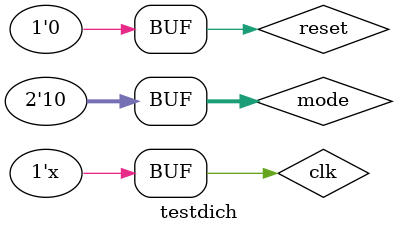
<source format=v>
`timescale 1ns / 1ps


module testdich;

	// Inputs
	reg clk;
	reg reset;
	reg [1:0] mode;

	// Outputs
	wire [7:0] q;

	// Instantiate the Unit Under Test (UUT)
	DICHLED uut (
		.clk(clk), 
		.reset(reset), 
		.mode(mode), 
		.q(q)
	);

	initial begin
		// Initialize Inputs
		clk = 0;
		reset = 0;
		mode = 1;

		// Wait 100 ns for global reset to finish
		#100;
		mode=2;
		#10000;
		mode=1;
		#100;
		reset=1;
		#10;
		reset=0;
		#10;
		mode=2;
		#1000;
        
		// Add stimulus here

	end
		always begin
		clk=~clk;
		#10;
		end
      
endmodule


</source>
